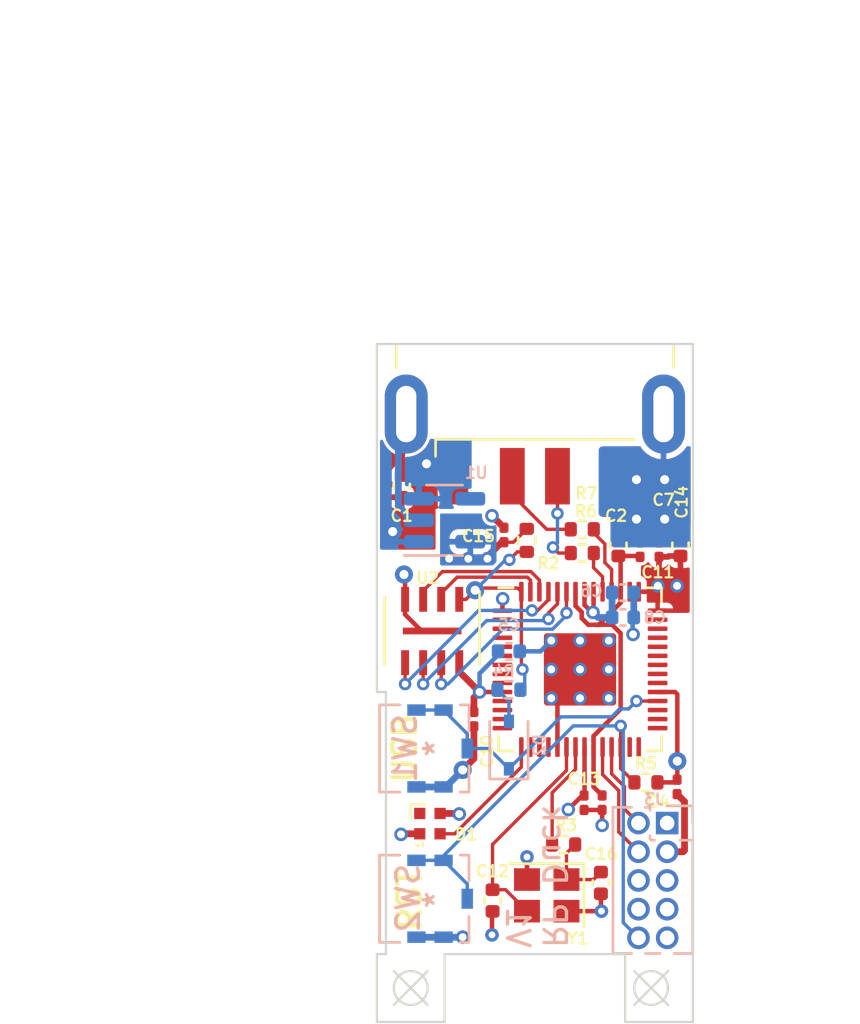
<source format=kicad_pcb>
(kicad_pcb (version 20211014) (generator pcbnew)
  (layers (0 "F.Cu" signal) (1 "In1.Cu" signal) (2 "In2.Cu" signal) (31 "B.Cu" signal) (34 "B.Paste" user) (35 "F.Paste" user) (36 "B.SilkS" user "B.Silkscreen") (37 "F.SilkS" user "F.Silkscreen") (38 "B.Mask" user) (39 "F.Mask" user) (44 "Edge.Cuts" user))
  (net 0 "")
  (net 1 "GND")
  (net 2 "+5V")
  (net 3 "+3V3")
  (net 4 "+1V1")
  (net 5 "Net-(C16-Pad2)")
  (net 6 "Net-(D2-Pad2)")
  (net 7 "/USBR_+")
  (net 36 "/QSPI_SD0")
  (net 37 "/X_IN")
  (net 38 "/RGB_DI")
  (net 39 "/USB_BOOT")
  (net 40 "/SWD")
  (net 41 "/SWCLK")
  (net 42 "/QSPI_CS")
  (net 43 "/X_OUT")
  (net 44 "/RESET")
  (net 45 "/QSPI_SD1")
  (net 46 "/QSPI_SD2")
  (net 47 "/QSPI_SD3")
  (net 48 "/QSPI_SCLK")
  (net 49 "/USB_-")
  (net 50 "/USB_+")
  (net 51 "/USBR_-")
  (footprint "Resistor_SMD:R_0402_1005Metric" (layer "F.Cu") (at 89.1 48.2 180)
    (fp_text reference "R7" (at -0.18 1.6 180) (layer "F.SilkS") (effects (font (size 0.5 0.5) (thickness 0.1))))
    (fp_text value "27.4")
    (pad "1" smd roundrect (at -0.51 0 180) (size 0.54 0.64) (layers "F.Cu" "F.Paste" "F.Mask") (net 51 "/USBR_-"))
    (pad "2" smd roundrect (at 0.51 0 180) (size 0.54 0.64) (layers "F.Cu" "F.Paste" "F.Mask") (net 49 "/USB_-"))
  )
  (footprint "Capacitor_SMD:C_0402_1005Metric" (layer "F.Cu") (at 89.925 63.85 90)
    (fp_text reference "C16" (at 1.28 0.015 180) (layer "F.SilkS") (effects (font (size 0.5 0.5) (thickness 0.1))))
    (fp_text value "26pF")
    (pad "1" smd roundrect (at -0.48 0 90) (size 0.56 0.62) (layers "F.Cu" "F.Paste" "F.Mask") (net 1 "GND"))
    (pad "2" smd roundrect (at 0.48 0 90) (size 0.56 0.62) (layers "F.Cu" "F.Paste" "F.Mask") (net 5 "Net-(C16-Pad2)"))
  )
  (footprint "LED_SMD:LED_SK6812_EC15_1.5x1.5mm" (layer "F.Cu") (at 82.35 61.225 90)
    (fp_text reference "D1" (at -0.475 1.6 180) (layer "F.SilkS") (effects (font (size 0.5 0.5) (thickness 0.1))))
    (fp_text value "SK6812")
    (fp_text user "1" (at -0.925 -0.45 90) (layer "F.SilkS") (effects (font (size 0.3 0.3) (thickness 0.075))))
    (pad "1" smd rect (at -0.45 -0.45 90) (size 0.5 0.5) (layers "F.Cu" "F.Paste" "F.Mask") (net 1 "GND"))
    (pad "2" smd rect (at -0.45 0.45 90) (size 0.5 0.5) (layers "F.Cu" "F.Paste" "F.Mask") (net 38 "/RGB_DI"))
    (pad "3" smd rect (at 0.45 0.45 90) (size 0.5 0.5) (layers "F.Cu" "F.Paste" "F.Mask") (net 3 "+3V3"))
    (pad "4" smd rect (at 0.45 -0.45 90) (size 0.5 0.5) (layers "F.Cu" "F.Paste" "F.Mask"))
  )
  (footprint "Resistor_SMD:R_0402_1005Metric" (layer "F.Cu") (at 88.275 62.15 180)
    (fp_text reference "R3" (at -0.105 0.85) (layer "F.SilkS") (effects (font (size 0.5 0.5) (thickness 0.1))))
    (fp_text value "1k" hide)
    (pad "1" smd roundrect (at -0.51 0 180) (size 0.54 0.64) (layers "F.Cu" "F.Paste" "F.Mask") (net 5 "Net-(C16-Pad2)"))
    (pad "2" smd roundrect (at 0.51 0 180) (size 0.54 0.64) (layers "F.Cu" "F.Paste" "F.Mask") (net 43 "/X_OUT"))
  )
  (footprint "Crystal:Crystal_SMD_2520-4Pin_2.5x2.0mm" (layer "F.Cu") (at 87.525 64.4 180)
    (fp_text reference "Y1" (at -1.375 -1.9) (layer "F.SilkS") (effects (font (size 0.5 0.5) (thickness 0.1))))
    (fp_text value "Crystal_GND24" hide)
    (pad "1" smd rect (at -0.875 0.7 180) (size 1.15 1) (layers "F.Cu" "F.Paste" "F.Mask") (net 5 "Net-(C16-Pad2)"))
    (pad "2" smd rect (at 0.875 0.7 180) (size 1.15 1) (layers "F.Cu" "F.Paste" "F.Mask") (net 1 "GND"))
    (pad "3" smd rect (at 0.875 -0.7 180) (size 1.15 1) (layers "F.Cu" "F.Paste" "F.Mask") (net 37 "/X_IN"))
    (pad "4" smd rect (at -0.875 -0.7 180) (size 1.15 1) (layers "F.Cu" "F.Paste" "F.Mask") (net 1 "GND"))
  )
  (footprint "Capacitor_SMD:C_0201_0603Metric" (layer "F.Cu") (at 92.5 49.1 -90)
    (fp_text reference "C7" (at -2.2 -0.2 180) (layer "F.SilkS") (effects (font (size 0.5 0.5) (thickness 0.1))))
    (fp_text value "0.1uF")
    (pad "1" smd roundrect (at -0.32 0 270) (size 0.46 0.4) (layers "F.Cu" "F.Mask") (net 1 "GND"))
    (pad "2" smd roundrect (at 0.32 0 270) (size 0.46 0.4) (layers "F.Cu" "F.Mask") (net 3 "+3V3"))
  )
  (footprint "Capacitor_SMD:C_0201_0603Metric" (layer "F.Cu") (at 85.63 48.45 -90)
    (fp_text reference "C15" (at 0.05 1.13 180) (layer "F.SilkS") (effects (font (size 0.5 0.5) (thickness 0.1))))
    (fp_text value "0.1uF")
    (pad "1" smd roundrect (at -0.32 0 270) (size 0.46 0.4) (layers "F.Cu" "F.Mask") (net 1 "GND"))
    (pad "2" smd roundrect (at 0.32 0 270) (size 0.46 0.4) (layers "F.Cu" "F.Mask") (net 3 "+3V3"))
  )
  (footprint "Capacitor_SMD:C_0402_1005Metric" (layer "F.Cu") (at 81.1 46.3 -90)
    (fp_text reference "C1" (at 1.3 0 180) (layer "F.SilkS") (effects (font (size 0.5 0.5) (thickness 0.1))))
    (fp_text value "1uF")
    (pad "1" smd roundrect (at -0.48 0 270) (size 0.56 0.62) (layers "F.Cu" "F.Paste" "F.Mask") (net 1 "GND"))
    (pad "2" smd roundrect (at 0.48 0 270) (size 0.56 0.62) (layers "F.Cu" "F.Paste" "F.Mask") (net 2 "+5V"))
  )
  (footprint "Capacitor_SMD:C_0201_0603Metric" (layer "F.Cu") (at 93.3 59.6 90)
    (fp_text reference "C4" (at -0.66 -0.82 180) (layer "F.SilkS") (effects (font (size 0.5 0.5) (thickness 0.1))))
    (fp_text value "0.1uF")
    (pad "1" smd roundrect (at -0.32 0 90) (size 0.46 0.4) (layers "F.Cu" "F.Mask") (net 1 "GND"))
    (pad "2" smd roundrect (at 0.32 0 90) (size 0.46 0.4) (layers "F.Cu" "F.Mask") (net 3 "+3V3"))
  )
  (footprint "Resistor_SMD:R_0402_1005Metric" (layer "F.Cu") (at 91.92 59.4 180)
    (fp_text reference "R5" (at 0 0.84 180) (layer "F.SilkS") (effects (font (size 0.5 0.5) (thickness 0.1))))
    (fp_text value "10k" hide)
    (pad "1" smd roundrect (at -0.51 0 180) (size 0.54 0.64) (layers "F.Cu" "F.Paste" "F.Mask") (net 3 "+3V3"))
    (pad "2" smd roundrect (at 0.51 0 180) (size 0.54 0.64) (layers "F.Cu" "F.Paste" "F.Mask") (net 44 "/RESET"))
  )
  (footprint "Capacitor_SMD:C_0201_0603Metric" (layer "F.Cu") (at 89.98 60.3 90)
    (fp_text reference "C9" hide)
    (fp_text value "0.1uF")
    (pad "1" smd roundrect (at -0.32 0 90) (size 0.46 0.4) (layers "F.Cu" "F.Mask") (net 1 "GND"))
    (pad "2" smd roundrect (at 0.32 0 90) (size 0.46 0.4) (layers "F.Cu" "F.Mask") (net 4 "+1V1"))
  )
  (footprint "Capacitor_SMD:C_0201_0603Metric" (layer "F.Cu") (at 84.3 56.6 90)
    (fp_text reference "C10" (at -1.43 0.58 90) (layer "F.SilkS") (effects (font (size 0.5 0.5) (thickness 0.1))))
    (fp_text value "0.1uF")
    (pad "1" smd roundrect (at -0.32 0 90) (size 0.46 0.4) (layers "F.Cu" "F.Mask") (net 1 "GND"))
    (pad "2" smd roundrect (at 0.32 0 90) (size 0.46 0.4) (layers "F.Cu" "F.Mask") (net 3 "+3V3"))
  )
  (footprint "RP2040_minimal:RP2040-QFN-56" (layer "F.Cu") (at 89 54.4)
    (fp_text reference "U3" hide)
    (fp_text value "RP2040" hide)
    (pad "1" smd roundrect locked (at -3.4375 -2.6) (size 0.875 0.2) (layers "F.Cu" "F.Paste" "F.Mask") (net 3 "+3V3"))
    (pad "2" smd roundrect locked (at -3.4375 -2.2) (size 0.875 0.2) (layers "F.Cu" "F.Paste" "F.Mask"))
    (pad "3" smd roundrect locked (at -3.4375 -1.8) (size 0.875 0.2) (layers "F.Cu" "F.Paste" "F.Mask"))
    (pad "4" smd roundrect locked (at -3.4375 -1.4) (size 0.875 0.2) (layers "F.Cu" "F.Paste" "F.Mask"))
    (pad "5" smd roundrect locked (at -3.4375 -1) (size 0.875 0.2) (layers "F.Cu" "F.Paste" "F.Mask"))
    (pad "6" smd roundrect locked (at -3.4375 -0.6) (size 0.875 0.2) (layers "F.Cu" "F.Paste" "F.Mask"))
    (pad "7" smd roundrect locked (at -3.4375 -0.2) (size 0.875 0.2) (layers "F.Cu" "F.Paste" "F.Mask"))
    (pad "8" smd roundrect locked (at -3.4375 0.2) (size 0.875 0.2) (layers "F.Cu" "F.Paste" "F.Mask"))
    (pad "9" smd roundrect locked (at -3.4375 0.6) (size 0.875 0.2) (layers "F.Cu" "F.Paste" "F.Mask"))
    (pad "10" smd roundrect locked (at -3.4375 1) (size 0.875 0.2) (layers "F.Cu" "F.Paste" "F.Mask") (net 3 "+3V3"))
    (pad "11" smd roundrect locked (at -3.4375 1.4) (size 0.875 0.2) (layers "F.Cu" "F.Paste" "F.Mask"))
    (pad "12" smd roundrect locked (at -3.4375 1.8) (size 0.875 0.2) (layers "F.Cu" "F.Paste" "F.Mask"))
    (pad "13" smd roundrect locked (at -3.4375 2.2) (size 0.875 0.2) (layers "F.Cu" "F.Paste" "F.Mask"))
    (pad "14" smd roundrect locked (at -3.4375 2.6) (size 0.875 0.2) (layers "F.Cu" "F.Paste" "F.Mask"))
    (pad "15" smd roundrect locked (at -2.6 3.4375) (size 0.2 0.875) (layers "F.Cu" "F.Paste" "F.Mask") (net 38 "/RGB_DI"))
    (pad "16" smd roundrect locked (at -2.2 3.4375) (size 0.2 0.875) (layers "F.Cu" "F.Paste" "F.Mask"))
    (pad "17" smd roundrect locked (at -1.8 3.4375) (size 0.2 0.875) (layers "F.Cu" "F.Paste" "F.Mask"))
    (pad "18" smd roundrect locked (at -1.4 3.4375) (size 0.2 0.875) (layers "F.Cu" "F.Paste" "F.Mask"))
    (pad "19" smd roundrect locked (at -1 3.4375) (size 0.2 0.875) (layers "F.Cu" "F.Paste" "F.Mask") (net 1 "GND"))
    (pad "20" smd roundrect locked (at -0.6 3.4375) (size 0.2 0.875) (layers "F.Cu" "F.Paste" "F.Mask") (net 37 "/X_IN"))
    (pad "21" smd roundrect locked (at -0.2 3.4375) (size 0.2 0.875) (layers "F.Cu" "F.Paste" "F.Mask") (net 43 "/X_OUT"))
    (pad "22" smd roundrect locked (at 0.2 3.4375) (size 0.2 0.875) (layers "F.Cu" "F.Paste" "F.Mask") (net 3 "+3V3"))
    (pad "23" smd roundrect locked (at 0.6 3.4375) (size 0.2 0.875) (layers "F.Cu" "F.Paste" "F.Mask") (net 4 "+1V1"))
    (pad "24" smd roundrect locked (at 1 3.4375) (size 0.2 0.875) (layers "F.Cu" "F.Paste" "F.Mask") (net 41 "/SWCLK"))
    (pad "25" smd roundrect locked (at 1.4 3.4375) (size 0.2 0.875) (layers "F.Cu" "F.Paste" "F.Mask") (net 40 "/SWD"))
    (pad "26" smd roundrect locked (at 1.8 3.4375) (size 0.2 0.875) (layers "F.Cu" "F.Paste" "F.Mask") (net 44 "/RESET"))
    (pad "27" smd roundrect locked (at 2.2 3.4375) (size 0.2 0.875) (layers "F.Cu" "F.Paste" "F.Mask"))
    (pad "28" smd roundrect locked (at 2.6 3.4375) (size 0.2 0.875) (layers "F.Cu" "F.Paste" "F.Mask"))
    (pad "29" smd roundrect locked (at 3.4375 2.6) (size 0.875 0.2) (layers "F.Cu" "F.Paste" "F.Mask"))
    (pad "30" smd roundrect locked (at 3.4375 2.2) (size 0.875 0.2) (layers "F.Cu" "F.Paste" "F.Mask"))
    (pad "31" smd roundrect locked (at 3.4375 1.8) (size 0.875 0.2) (layers "F.Cu" "F.Paste" "F.Mask"))
    (pad "32" smd roundrect locked (at 3.4375 1.4) (size 0.875 0.2) (layers "F.Cu" "F.Paste" "F.Mask") (net 39 "/USB_BOOT"))
    (pad "33" smd roundrect locked (at 3.4375 1) (size 0.875 0.2) (layers "F.Cu" "F.Paste" "F.Mask") (net 3 "+3V3"))
    (pad "34" smd roundrect locked (at 3.4375 0.6) (size 0.875 0.2) (layers "F.Cu" "F.Paste" "F.Mask"))
    (pad "35" smd roundrect locked (at 3.4375 0.2) (size 0.875 0.2) (layers "F.Cu" "F.Paste" "F.Mask"))
    (pad "36" smd roundrect locked (at 3.4375 -0.2) (size 0.875 0.2) (layers "F.Cu" "F.Paste" "F.Mask"))
    (pad "37" smd roundrect locked (at 3.4375 -0.6) (size 0.875 0.2) (layers "F.Cu" "F.Paste" "F.Mask"))
    (pad "38" smd roundrect locked (at 3.4375 -1) (size 0.875 0.2) (layers "F.Cu" "F.Paste" "F.Mask"))
    (pad "39" smd roundrect locked (at 3.4375 -1.4) (size 0.875 0.2) (layers "F.Cu" "F.Paste" "F.Mask"))
    (pad "40" smd roundrect locked (at 3.4375 -1.8) (size 0.875 0.2) (layers "F.Cu" "F.Paste" "F.Mask"))
    (pad "41" smd roundrect locked (at 3.4375 -2.2) (size 0.875 0.2) (layers "F.Cu" "F.Paste" "F.Mask"))
    (pad "42" smd roundrect locked (at 3.4375 -2.6) (size 0.875 0.2) (layers "F.Cu" "F.Paste" "F.Mask") (net 3 "+3V3"))
    (pad "43" smd roundrect locked (at 2.6 -3.4375) (size 0.2 0.875) (layers "F.Cu" "F.Paste" "F.Mask") (net 3 "+3V3"))
    (pad "44" smd roundrect locked (at 2.2 -3.4375) (size 0.2 0.875) (layers "F.Cu" "F.Paste" "F.Mask") (net 3 "+3V3"))
    (pad "45" smd roundrect locked (at 1.8 -3.4375) (size 0.2 0.875) (layers "F.Cu" "F.Paste" "F.Mask") (net 4 "+1V1"))
    (pad "46" smd roundrect locked (at 1.4 -3.4375) (size 0.2 0.875) (layers "F.Cu" "F.Paste" "F.Mask") (net 51 "/USBR_-"))
    (pad "47" smd roundrect locked (at 1 -3.4375) (size 0.2 0.875) (layers "F.Cu" "F.Paste" "F.Mask") (net 7 "/USBR_+"))
    (pad "48" smd roundrect locked (at 0.6 -3.4375) (size 0.2 0.875) (layers "F.Cu" "F.Paste" "F.Mask") (net 3 "+3V3"))
    (pad "49" smd roundrect locked (at 0.2 -3.4375) (size 0.2 0.875) (layers "F.Cu" "F.Paste" "F.Mask") (net 3 "+3V3"))
    (pad "50" smd roundrect locked (at -0.2 -3.4375) (size 0.2 0.875) (layers "F.Cu" "F.Paste" "F.Mask") (net 4 "+1V1"))
    (pad "51" smd roundrect locked (at -0.6 -3.4375) (size 0.2 0.875) (layers "F.Cu" "F.Paste" "F.Mask") (net 47 "/QSPI_SD3"))
    (pad "52" smd roundrect locked (at -1 -3.4375) (size 0.2 0.875) (layers "F.Cu" "F.Paste" "F.Mask") (net 48 "/QSPI_SCLK"))
    (pad "53" smd roundrect locked (at -1.4 -3.4375) (size 0.2 0.875) (layers "F.Cu" "F.Paste" "F.Mask") (net 36 "/QSPI_SD0"))
    (pad "54" smd roundrect locked (at -1.8 -3.4375) (size 0.2 0.875) (layers "F.Cu" "F.Paste" "F.Mask") (net 46 "/QSPI_SD2"))
    (pad "55" smd roundrect locked (at -2.2 -3.4375) (size 0.2 0.875) (layers "F.Cu" "F.Paste" "F.Mask") (net 45 "/QSPI_SD1"))
    (pad "56" smd roundrect locked (at -2.6 -3.4375) (size 0.2 0.875) (layers "F.Cu" "F.Paste" "F.Mask") (net 42 "/QSPI_CS"))
    (pad "57" thru_hole circle locked (at 0 1.275) (size 0.6 0.6) (drill 0.35) (layers *.Cu) (net 1 "GND"))
    (pad "57" thru_hole circle locked (at 1.275 0) (size 0.6 0.6) (drill 0.35) (layers *.Cu) (net 1 "GND"))
    (pad "57" thru_hole circle locked (at 0 -1.275) (size 0.6 0.6) (drill 0.35) (layers *.Cu) (net 1 "GND"))
    (pad "57" thru_hole circle locked (at 1.275 -1.275) (size 0.6 0.6) (drill 0.35) (layers *.Cu) (net 1 "GND"))
    (pad "57" thru_hole circle locked (at 1.275 1.275) (size 0.6 0.6) (drill 0.35) (layers *.Cu) (net 1 "GND"))
    (pad "57" thru_hole circle locked (at 0 0) (size 0.6 0.6) (drill 0.35) (layers *.Cu) (net 1 "GND"))
    (pad "57" thru_hole circle locked (at -1.275 1.275) (size 0.6 0.6) (drill 0.35) (layers *.Cu) (net 1 "GND"))
    (pad "57" smd roundrect locked (at 0 0) (size 3.2 3.2) (layers "F.Cu" "F.Mask") (roundrect_rratio 0.045) (net 1 "GND"))
    (pad "57" thru_hole circle locked (at -1.275 -1.275) (size 0.6 0.6) (drill 0.35) (layers *.Cu) (net 1 "GND"))
    (pad "57" thru_hole circle locked (at -1.275 0) (size 0.6 0.6) (drill 0.35) (layers *.Cu) (net 1 "GND"))
  )
  (footprint "Capacitor_SMD:C_0402_1005Metric" (layer "F.Cu") (at 90.7 48.9 -90)
    (fp_text reference "C2" (at -1.3 0.1) (layer "F.SilkS") (effects (font (size 0.5 0.5) (thickness 0.1))))
    (fp_text value "1uF")
    (pad "1" smd roundrect (at -0.48 0 270) (size 0.56 0.62) (layers "F.Cu" "F.Paste" "F.Mask") (net 1 "GND"))
    (pad "2" smd roundrect (at 0.48 0 270) (size 0.56 0.62) (layers "F.Cu" "F.Paste" "F.Mask") (net 4 "+1V1"))
  )
  (footprint "Capacitor_SMD:C_0201_0603Metric" (layer "F.Cu") (at 89.18 60.3 90)
    (fp_text reference "C13" (at 1.05 0 180) (layer "F.SilkS") (effects (font (size 0.5 0.5) (thickness 0.1))))
    (fp_text value "0.1uF")
    (pad "1" smd roundrect (at -0.32 0 90) (size 0.46 0.4) (layers "F.Cu" "F.Mask") (net 1 "GND"))
    (pad "2" smd roundrect (at 0.32 0 90) (size 0.46 0.4) (layers "F.Cu" "F.Mask") (net 3 "+3V3"))
  )
  (footprint "Capacitor_SMD:C_0201_0603Metric" (layer "F.Cu") (at 91.66 49.1 -90)
    (fp_text reference "C11" (at 1 -0.79) (layer "F.SilkS") (effects (font (size 0.5 0.5) (thickness 0.1))))
    (fp_text value "0.1uF")
    (pad "1" smd roundrect (at -0.32 0 270) (size 0.46 0.4) (layers "F.Cu" "F.Mask") (net 1 "GND"))
    (pad "2" smd roundrect (at 0.32 0 270) (size 0.46 0.4) (layers "F.Cu" "F.Mask") (net 4 "+1V1"))
  )
  (footprint "Resistor_SMD:R_0402_1005Metric" (layer "F.Cu") (at 86.64 48.69 90)
    (fp_text reference "R2" (at -1.01 0.96) (layer "F.SilkS") (effects (font (size 0.5 0.5) (thickness 0.1))))
    (fp_text value "10k")
    (pad "1" smd roundrect (at -0.51 0 90) (size 0.54 0.64) (layers "F.Cu" "F.Paste" "F.Mask") (net 42 "/QSPI_CS"))
    (pad "2" smd roundrect (at 0.51 0 90) (size 0.54 0.64) (layers "F.Cu" "F.Paste" "F.Mask") (net 3 "+3V3"))
  )
  (footprint "Package_SON:USON-8_3x4mm_P0.4mm" (layer "F.Cu") (at 82.45 52.7 -90)
    (fp_text reference "U2" (at -2.35 0.2) (layer "F.SilkS") (effects (font (size 0.5 0.5) (thickness 0.1))))
    (fp_text value "W25Q32JVZP")
    (pad "1" smd rect (at -1.4 -1.2 270) (size 1.1 0.35) (layers "F.Cu" "F.Paste" "F.Mask") (net 42 "/QSPI_CS"))
    (pad "2" smd rect (at -1.4 -0.4 270) (size 1.1 0.35) (layers "F.Cu" "F.Paste" "F.Mask") (net 45 "/QSPI_SD1"))
    (pad "3" smd rect (at -1.4 0.4 270) (size 1.1 0.35) (layers "F.Cu" "F.Paste" "F.Mask") (net 46 "/QSPI_SD2"))
    (pad "4" smd rect (at -1.4 1.2 270) (size 1.1 0.35) (layers "F.Cu" "F.Paste" "F.Mask") (net 1 "GND"))
    (pad "5" smd rect (at 1.4 1.2 270) (size 1.1 0.35) (layers "F.Cu" "F.Paste" "F.Mask") (net 36 "/QSPI_SD0"))
    (pad "6" smd rect (at 1.4 0.4 270) (size 1.1 0.35) (layers "F.Cu" "F.Paste" "F.Mask") (net 48 "/QSPI_SCLK"))
    (pad "7" smd rect (at 1.4 -0.4 270) (size 1.1 0.35) (layers "F.Cu" "F.Paste" "F.Mask") (net 47 "/QSPI_SD3"))
    (pad "8" smd rect (at 1.4 -1.2 270) (size 1.1 0.35) (layers "F.Cu" "F.Paste" "F.Mask") (net 3 "+3V3"))
    (pad "9" smd rect (at 0 0 180) (size 2.6 0.3) (layers "F.Cu" "F.Paste" "F.Mask") (net 1 "GND"))
  )
  (footprint "Capacitor_SMD:C_0402_1005Metric" (layer "F.Cu") (at 93.45 48.9 -90)
    (fp_text reference "C14" (at -1.9 -0.05 -90) (layer "F.SilkS") (effects (font (size 0.5 0.5) (thickness 0.1))))
    (fp_text value "1uF")
    (pad "1" smd roundrect (at -0.48 0 270) (size 0.56 0.62) (layers "F.Cu" "F.Paste" "F.Mask") (net 1 "GND"))
    (pad "2" smd roundrect (at 0.48 0 270) (size 0.56 0.62) (layers "F.Cu" "F.Paste" "F.Mask") (net 3 "+3V3"))
  )
  (footprint "Connector_USB:USB_A_CNCTech_1001-011-01101_Horizontal" (layer "F.Cu") (at 87 36.2 90)
    (fp_text reference "J1" hide)
    (fp_text value "USB_A")
    (pad "" np_thru_hole circle locked (at -6.9 -2.3 90) (size 1.1 1.1) (drill 1.1) (layers *.Cu *.Mask))
    (pad "" np_thru_hole circle locked (at -6.9 2.3 90) (size 1.1 1.1) (drill 1.1) (layers *.Cu *.Mask))
    (pad "1" smd rect locked (at -9.65 -3.5 90) (size 2.5 1.1) (layers "F.Cu" "F.Paste" "F.Mask") (net 2 "+5V"))
    (pad "2" smd rect locked (at -9.65 -1 90) (size 2.5 1.1) (layers "F.Cu" "F.Paste" "F.Mask") (net 49 "/USB_-"))
    (pad "3" smd rect locked (at -9.65 1 90) (size 2.5 1.1) (layers "F.Cu" "F.Paste" "F.Mask") (net 50 "/USB_+"))
    (pad "4" smd rect locked (at -9.65 3.5 90) (size 2.5 1.1) (layers "F.Cu" "F.Paste" "F.Mask") (net 1 "GND"))
    (pad "5" thru_hole oval locked (at -6.9 -5.7 90) (size 3.5 1.9) (drill oval 2.5 0.9) (layers *.Cu *.Mask) (net 1 "GND"))
    (pad "5" thru_hole oval locked (at -6.9 5.7 90) (size 3.5 1.9) (drill oval 2.5 0.9) (layers *.Cu *.Mask) (net 1 "GND"))
  )
  (footprint "Capacitor_SMD:C_0402_1005Metric" (layer "F.Cu") (at 85.125 64.63 90)
    (fp_text reference "C12" (at 1.3 -0.005) (layer "F.SilkS") (effects (font (size 0.5 0.5) (thickness 0.1))))
    (fp_text value "26pF")
    (pad "1" smd roundrect (at -0.48 0 90) (size 0.56 0.62) (layers "F.Cu" "F.Paste" "F.Mask") (net 1 "GND"))
    (pad "2" smd roundrect (at 0.48 0 90) (size 0.56 0.62) (layers "F.Cu" "F.Paste" "F.Mask") (net 37 "/X_IN"))
  )
  (footprint "Resistor_SMD:R_0402_1005Metric" (layer "F.Cu") (at 89.1 49.25 180)
    (fp_text reference "R6" (at -0.16 1.85 180) (layer "F.SilkS") (effects (font (size 0.5 0.5) (thickness 0.1))))
    (fp_text value "27.4")
    (pad "1" smd roundrect (at -0.51 0 180) (size 0.54 0.64) (layers "F.Cu" "F.Paste" "F.Mask") (net 7 "/USBR_+"))
    (pad "2" smd roundrect (at 0.51 0 180) (size 0.54 0.64) (layers "F.Cu" "F.Paste" "F.Mask") (net 50 "/USB_+"))
  )
  (footprint "R-WHATEVER:R-667799" (layer "B.Cu") (at 82.1 57.9 90)
    (fp_text reference "SW1" (at 0.01 -0.85 90) (layer "B.SilkS") (effects (justify mirror)))
    (fp_text value "R-667799" hide)
    (fp_text user "*" (at 0 0.5 90) (layer "B.SilkS") (effects (justify mirror)))
    (pad "" np_thru_hole circle (at 1.000001 0.2542 90) (size 0.7112 0.7112) (drill 0.7112) (layers *.Cu *.Mask))
    (pad "" np_thru_hole circle (at -1.000001 0.2542 90) (size 0.7112 0.7112) (drill 0.7112) (layers *.Cu *.Mask))
    (pad "A" smd rect (at -1.700002 -0.345799 90) (size 0.508 0.8128) (layers "B.Cu" "B.Paste" "B.Mask") (net 1 "GND"))
    (pad "B1" smd rect (at 1.700002 -0.345799 90) (size 0.508 0.8128) (layers "B.Cu" "B.Paste" "B.Mask") (net 39 "/USB_BOOT"))
    (pad "B2" smd rect (at 1.700002 0.854199 90) (size 0.508 0.8128) (layers "B.Cu" "B.Paste" "B.Mask") (net 39 "/USB_BOOT"))
    (pad "B3" smd rect (at 0 1.904199 90) (size 0.889 0.508) (layers "B.Cu" "B.Paste" "B.Mask") (net 39 "/USB_BOOT"))
    (pad "G" smd rect (at -1.700002 0.854199 90) (size 0.508 0.8128) (layers "B.Cu" "B.Paste" "B.Mask") (net 1 "GND"))
  )
  (footprint "Package_TO_SOT_SMD:SOT-23-5" (layer "B.Cu") (at 83 47.8)
    (fp_text reference "U1" (at 1.4 -2.1) (layer "B.SilkS") (effects (font (size 0.5 0.5) (thickness 0.1)) (justify mirror)))
    (fp_text value "AP2127K-3.3")
    (pad "1" smd roundrect (at -1.1375 0.95) (size 1.325 0.6) (layers "B.Cu" "B.Paste" "B.Mask") (net 2 "+5V"))
    (pad "2" smd roundrect (at -1.1375 0) (size 1.325 0.6) (layers "B.Cu" "B.Paste" "B.Mask") (net 1 "GND"))
    (pad "3" smd roundrect (at -1.1375 -0.95) (size 1.325 0.6) (layers "B.Cu" "B.Paste" "B.Mask") (net 2 "+5V"))
    (pad "4" smd roundrect (at 1.1375 -0.95) (size 1.325 0.6) (layers "B.Cu" "B.Paste" "B.Mask"))
    (pad "5" smd roundrect (at 1.1375 0.95) (size 1.325 0.6) (layers "B.Cu" "B.Paste" "B.Mask") (net 3 "+3V3"))
  )
  (footprint "Capacitor_SMD:C_0402_1005Metric" (layer "B.Cu") (at 90.9 52.1 180)
    (fp_text reference "C6" (at 1.39 1.17) (layer "B.SilkS") (effects (font (size 0.5 0.5) (thickness 0.1)) (justify mirror)))
    (fp_text value "1uF")
    (pad "1" smd roundrect (at -0.48 0 180) (size 0.56 0.62) (layers "B.Cu" "B.Paste" "B.Mask") (net 1 "GND"))
    (pad "2" smd roundrect (at 0.48 0 180) (size 0.56 0.62) (layers "B.Cu" "B.Paste" "B.Mask") (net 3 "+3V3"))
  )
  (footprint "Capacitor_SMD:C_0402_1005Metric" (layer "B.Cu") (at 90.9 51 180)
    (fp_text reference "C8" (at -1.41 -1.1) (layer "B.SilkS") (effects (font (size 0.5 0.5) (thickness 0.1)) (justify mirror)))
    (fp_text value "0.1uF")
    (pad "1" smd roundrect (at -0.48 0 180) (size 0.56 0.62) (layers "B.Cu" "B.Paste" "B.Mask") (net 1 "GND"))
    (pad "2" smd roundrect (at 0.48 0 180) (size 0.56 0.62) (layers "B.Cu" "B.Paste" "B.Mask") (net 3 "+3V3"))
  )
  (footprint "Diode_SMD:D_SOD-323" (layer "B.Cu") (at 85.85 57.75 90)
    (fp_text reference "D2" (at 0 1.35 90) (layer "B.SilkS") (effects (font (size 0.5 0.5) (thickness 0.1)) (justify mirror)))
    (fp_text value "NSR0320" hide)
    (pad "1" smd rect (at -1.05 0 90) (size 0.6 0.45) (layers "B.Cu" "B.Paste" "B.Mask") (net 39 "/USB_BOOT"))
    (pad "2" smd rect (at 1.05 0 90) (size 0.6 0.45) (layers "B.Cu" "B.Paste" "B.Mask") (net 6 "Net-(D2-Pad2)"))
  )
  (footprint "R-WHATEVER:R-667799" (layer "B.Cu") (at 82.1 64.55 90)
    (fp_text reference "SW2" (at 0.03 -0.72 90) (layer "B.SilkS") (effects (justify mirror)))
    (fp_text value "R-667799" hide)
    (fp_text user "*" (at -0.05 0.5 90) (layer "B.SilkS") (effects (justify mirror)))
    (pad "" np_thru_hole circle (at -1.000001 0.2542 90) (size 0.7112 0.7112) (drill 0.7112) (layers *.Cu *.Mask))
    (pad "" np_thru_hole circle (at 1.000001 0.2542 90) (size 0.7112 0.7112) (drill 0.7112) (layers *.Cu *.Mask))
    (pad "A" smd rect (at -1.700002 -0.345799 90) (size 0.508 0.8128) (layers "B.Cu" "B.Paste" "B.Mask") (net 1 "GND"))
    (pad "B1" smd rect (at 1.700002 -0.345799 90) (size 0.508 0.8128) (layers "B.Cu" "B.Paste" "B.Mask") (net 44 "/RESET"))
    (pad "B2" smd rect (at 1.700002 0.854199 90) (size 0.508 0.8128) (layers "B.Cu" "B.Paste" "B.Mask") (net 44 "/RESET"))
    (pad "B3" smd rect (at 0 1.904199 90) (size 0.889 0.508) (layers "B.Cu" "B.Paste" "B.Mask") (net 44 "/RESET"))
    (pad "G" smd rect (at -1.700002 0.854199 90) (size 0.508 0.8128) (layers "B.Cu" "B.Paste" "B.Mask") (net 1 "GND"))
  )
  (footprint "Resistor_SMD:R_0402_1005Metric" (layer "B.Cu") (at 85.85 55.3 180)
    (fp_text reference "R4" (at 0.225 0.825) (layer "B.SilkS") (effects (font (size 0.5 0.5) (thickness 0.1)) (justify mirror)))
    (fp_text value "1k" hide)
    (pad "1" smd roundrect (at -0.51 0 180) (size 0.54 0.64) (layers "B.Cu" "B.Paste" "B.Mask") (net 42 "/QSPI_CS"))
    (pad "2" smd roundrect (at 0.51 0 180) (size 0.54 0.64) (layers "B.Cu" "B.Paste" "B.Mask") (net 6 "Net-(D2-Pad2)"))
  )
  (footprint "Capacitor_SMD:C_0402_1005Metric" (layer "B.Cu") (at 85.85 53.6 180)
    (fp_text reference "C5" (at 0 1.16) (layer "B.SilkS") (effects (font (size 0.5 0.5) (thickness 0.1)) (justify mirror)))
    (fp_text value "0.1uF")
    (pad "1" smd roundrect (at -0.48 0 180) (size 0.56 0.62) (layers "B.Cu" "B.Paste" "B.Mask") (net 1 "GND"))
    (pad "2" smd roundrect (at 0.48 0 180) (size 0.56 0.62) (layers "B.Cu" "B.Paste" "B.Mask") (net 3 "+3V3"))
  )
  (footprint "Connector_PinHeader_1.27mm:PinHeader_2x05_P1.27mm_Vertical" (layer "B.Cu") (at 92.86 61.2 180)
    (fp_text reference "J3" (at 0.59 1.04) (layer "B.SilkS") (effects (font (size 0.5 0.5) (thickness 0.1)) (justify mirror)))
    (fp_text value "Conn_ARM_JTAG_SWD_10")
    (pad "1" thru_hole rect (at 0 0 180) (size 1 1) (drill 0.65) (layers *.Cu *.Mask) (net 3 "+3V3"))
    (pad "2" thru_hole oval (at 1.27 0 180) (size 1 1) (drill 0.65) (layers *.Cu *.Mask) (net 40 "/SWD"))
    (pad "3" thru_hole oval (at 0 -1.27 180) (size 1 1) (drill 0.65) (layers *.Cu *.Mask) (net 1 "GND"))
    (pad "4" thru_hole oval (at 1.27 -1.27 180) (size 1 1) (drill 0.65) (layers *.Cu *.Mask) (net 41 "/SWCLK"))
    (pad "5" thru_hole oval (at 0 -2.54 180) (size 1 1) (drill 0.65) (layers *.Cu *.Mask) (net 1 "GND"))
    (pad "6" thru_hole oval (at 1.27 -2.54 180) (size 1 1) (drill 0.65) (layers *.Cu *.Mask))
    (pad "7" thru_hole oval (at 0 -3.81 180) (size 1 1) (drill 0.65) (layers *.Cu *.Mask))
    (pad "8" thru_hole oval (at 1.27 -3.81 180) (size 1 1) (drill 0.65) (layers *.Cu *.Mask))
    (pad "9" thru_hole oval (at 0 -5.08 180) (size 1 1) (drill 0.65) (layers *.Cu *.Mask) (net 1 "GND"))
    (pad "10" thru_hole oval (at 1.27 -5.08 180) (size 1 1) (drill 0.65) (layers *.Cu *.Mask) (net 44 "/RESET"))
  )
  (gr_line (start 80 70) (end 81.5 70) (layer "Edge.Cuts") (width 0.1))
  (gr_line (start 91 67) (end 91 70) (layer "Edge.Cuts") (width 0.1))
  (gr_line (start 80 70) (end 80 67) (layer "Edge.Cuts") (width 0.1))
  (gr_line (start 81.5 70) (end 83 70) (layer "Edge.Cuts") (width 0.1))
  (gr_line (start 83 67) (end 91 67) (layer "Edge.Cuts") (width 0.1))
  (gr_line (start 91 70) (end 94 70) (layer "Edge.Cuts") (width 0.1))
  (gr_line (start 80 67) (end 80.4 67) (layer "Edge.Cuts") (width 0.1))
  (gr_line (start 94 40) (end 80 40) (layer "Edge.Cuts") (width 0.1))
  (gr_line (start 80.4 55.4) (end 80 55.4) (layer "Edge.Cuts") (width 0.1))
  (gr_line (start 80.4 67) (end 80.4 55.4) (layer "Edge.Cuts") (width 0.1))
  (gr_line (start 83 70) (end 83 67) (layer "Edge.Cuts") (width 0.1))
  (gr_line (start 80 55.4) (end 80 40) (layer "Edge.Cuts") (width 0.1))
  (gr_line (start 94 70) (end 94 40) (layer "Edge.Cuts") (width 0.1))
  (gr_text "RP Duck\nV1" (at 87.05 66.82 270) (layer "B.SilkS") (effects (font (size 1 1)) (justify left mirror)))
  (gr_text "RST" (at 81.44 64.6 90) (layer "F.SilkS") (effects (font (size 1 1) (thickness 0.2))))
  (gr_text "USB" (at 81.23 57.89 90) (layer "F.SilkS") (effects (font (size 1 1) (thickness 0.2))))
  (target x (at 81.5 68.5) (size 1.5) (width 0.1) (layer "Edge.Cuts"))
  (target x (at 92.15 68.5) (size 1.5) (width 0.1) (layer "Edge.Cuts"))
  (segment (start 81.98 52.7) (end 81.25 51.97) (width 0.2) (layer "F.Cu") (net 1))
  (segment (start 88.4 65.1) (end 89.725 65.1) (width 0.2) (layer "F.Cu") (net 1))
  (segment (start 89.925 64.33) (end 89.925 65.3) (width 0.2) (layer "F.Cu") (net 1))
  (segment (start 81.1 45.82) (end 81.1 43.3) (width 0.3) (layer "F.Cu") (net 1))
  (segment (start 87.725 55.675) (end 88 55.95) (width 0.2) (layer "F.Cu") (net 1))
  (segment (start 89.725 65.1) (end 89.925 65.3) (width 0.2) (layer "F.Cu") (net 1))
  (segment (start 85.63 48.13) (end 85.1 47.6) (width 0.3) (layer "F.Cu") (net 1))
  (segment (start 89.18 60.62) (end 89.98 60.62) (width 0.2) (layer "F.Cu") (net 1))
  (segment (start 84.3 56.92) (end 84.3 58.35) (width 0.3) (layer "F.Cu") (net 1))
  (segment (start 92.86 62.47) (end 93.567106 62.47) (width 0.3) (layer "F.Cu") (net 1))
  (segment (start 84.3 58.35) (end 83.8 58.85) (width 0.3) (layer "F.Cu") (net 1))
  (segment (start 81.095 61.675) (end 81.07 61.7) (width 0.3) (layer "F.Cu") (net 1))
  (segment (start 81.25 51.97) (end 81.25 51.3) (width 0.2) (layer "F.Cu") (net 1))
  (segment (start 88 55.95) (end 88 57.8375) (width 0.2) (layer "F.Cu") (net 1))
  (segment (start 86.65 63.7) (end 86.65 62.7) (width 0.2) (layer "F.Cu") (net 1))
  (segment (start 85.1 66.08) (end 85.1 65.135) (width 0.2) (layer "F.Cu") (net 1))
  (segment (start 93.63 62.407106) (end 93.63 60.25) (width 0.3) (layer "F.Cu") (net 1))
  (segment (start 93.63 60.25) (end 93.3 59.92) (width 0.3) (layer "F.Cu") (net 1))
  (segment (start 89.98 60.62) (end 89.98 61.3) (width 0.2) (layer "F.Cu") (net 1))
  (segment (start 81.25 51.3) (end 81.25 50.25) (width 0.2) (layer "F.Cu") (net 1))
  (segment (start 81.25 50.25) (end 81.2 50.2) (width 0.2) (layer "F.Cu") (net 1))
  (segment (start 93.567106 62.47) (end 93.63 62.407106) (width 0.3) (layer "F.Cu") (net 1))
  (segment (start 81.9 61.675) (end 81.095 61.675) (width 0.3) (layer "F.Cu") (net 1))
  (via (at 86.65 62.7) (size 0.6) (drill 0.3) (layers "F.Cu" "B.Cu") (net 1))
  (via (at 85.1 66.15) (size 0.6) (drill 0.3) (layers "F.Cu" "B.Cu") (net 1))
  (via (at 92.75 46) (size 0.8) (drill 0.4) (layers "F.Cu" "B.Cu") (net 1))
  (via (at 91.5 46) (size 0.8) (drill 0.4) (layers "F.Cu" "B.Cu") (net 1))
  (via (at 83.8 58.85) (size 0.8) (drill 0.4) (layers "F.Cu" "B.Cu") (net 1))
  (via (at 83.8 66.25) (size 0.6) (drill 0.35) (layers "F.Cu" "B.Cu") (net 1))
  (via (at 81.07 61.7) (size 0.6) (drill 0.35) (layers "F.Cu" "B.Cu") (net 1))
  (via (at 89.95 65.1) (size 0.6) (drill 0.3) (layers "F.Cu" "B.Cu") (net 1))
  (via (at 81.2 50.2) (size 0.8) (drill 0.4) (layers "F.Cu" "B.Cu") (net 1))
  (via (at 85.1 47.6) (size 0.6) (drill 0.35) (layers "F.Cu" "B.Cu") (net 1))
  (via (at 91.35 52.85) (size 0.6) (drill 0.35) (layers "F.Cu" "B.Cu") (net 1))
  (via (at 92.75 47.75) (size 0.8) (drill 0.4) (layers "F.Cu" "B.Cu") (net 1))
  (via (at 91.5 47.75) (size 0.8) (drill 0.4) (layers "F.Cu" "B.Cu") (net 1))
  (via (at 89.98 61.3) (size 0.6) (drill 0.35) (layers "F.Cu" "B.Cu") (net 1))
  (segment (start 81.759321 66.255122) (end 83.794878 66.255122) (width 0.3) (layer "B.Cu") (net 1))
  (segment (start 87.25 53.6) (end 87.725 53.125) (width 0.2) (layer "B.Cu") (net 1))
  (segment (start 91.38 51) (end 91.38 52.1) (width 0.3) (layer "B.Cu") (net 1))
  (segment (start 81.584994 47.8) (end 80.95048 47.165486) (width 0.3) (layer "B.Cu") (net 1))
  (segment (start 86.17 53.6) (end 87.25 53.6) (width 0.2) (layer "B.Cu") (net 1))
  (segment (start 83.794878 66.255122) (end 83.8 66.25) (width 0.3) (layer "B.Cu") (net 1))
  (segment (start 80.95048 47.165486) (end 80.95048 43.44952) (width 0.3) (layer "B.Cu") (net 1))
  (segment (start 91.33 52.1) (end 91.33 52.83) (width 0.2) (layer "B.Cu") (net 1))
  (segment (start 83.049998 59.600002) (end 83.8 58.85) (width 0.3) (layer "B.Cu") (net 1))
  (segment (start 91.33 52.83) (end 91.35 52.85) (width 0.2) (layer "B.Cu") (net 1))
  (segment (start 81.759321 59.605122) (end 82.949079 59.605122) (width 0.3) (layer "B.Cu") (net 1))
  (via (at 80.7 48.3) (size 0.8) (drill 0.4) (layers "F.Cu" "B.Cu") (net 2))
  (via (at 82.2 45.3) (size 0.8) (drill 0.4) (layers "F.Cu" "B.Cu") (net 2))
  (segment (start 89.575 51.875) (end 89.55 51.9) (width 0.2) (layer "F.Cu") (net 3))
  (segment (start 85.5625 51.2875) (end 85.575 51.275) (width 0.2) (layer "F.Cu") (net 3))
  (segment (start 93.31 58.46) (end 93.31 59.256415) (width 0.2) (layer "F.Cu") (net 3))
  (segment (start 92.4375 55.4) (end 93.21 55.4) (width 0.2) (layer "F.Cu") (net 3))
  (segment (start 89.2 57.8375) (end 89.2 59.96) (width 0.2) (layer "F.Cu") (net 3))
  (segment (start 92.43 59.4) (end 93.18 59.4) (width 0.2) (layer "F.Cu") (net 3))
  (segment (start 89.2 51.55) (end 89.55 51.9) (width 0.2) (layer "F.Cu") (net 3))
  (segment (start 89.2 50.9625) (end 89.2 51.55) (width 0.2) (layer "F.Cu") (net 3))
  (segment (start 84.55 55.4) (end 85.5625 55.4) (width 0.2) (layer "F.Cu") (net 3))
  (segment (start 88.48 60.6) (end 89.1 59.98) (width 0.2) (layer "F.Cu") (net 3))
  (segment (start 85.5625 51.8) (end 85.5625 51.2875) (width 0.2) (layer "F.Cu") (net 3))
  (segment (start 83.625 60.775) (end 83.65 60.8) (width 0.3) (layer "F.Cu") (net 3))
  (segment (start 83.65 54.5) (end 84.55 55.4) (width 0.3) (layer "F.Cu") (net 3))
  (segment (start 84.3 55.65) (end 84.55 55.4) (width 0.3) (layer "F.Cu") (net 3))
  (segment (start 93.21 55.4) (end 93.31 55.5) (width 0.2) (layer "F.Cu") (net 3))
  (segment (start 93.31 55.5) (end 93.31 58.46) (width 0.2) (layer "F.Cu") (net 3))
  (segment (start 86.05 48.77) (end 86.64 48.18) (width 0.15) (layer "F.Cu") (net 3))
  (segment (start 89.6 50.9625) (end 89.6 51.85) (width 0.2) (layer "F.Cu") (net 3))
  (segment (start 93.18 59.4) (end 93.3 59.28) (width 0.2) (layer "F.Cu") (net 3))
  (segment (start 91.2 50.9625) (end 91.6 50.9625) (width 0.2) (layer "F.Cu") (net 3))
  (segment (start 89.6 51.85) (end 89.575 51.875) (width 0.2) (layer "F.Cu") (net 3))
  (segment (start 85.53 48.77) (end 84.8 49.5) (width 0.3) (layer "F.Cu") (net 3))
  (segment (start 85.63 48.77) (end 85.53 48.77) (width 0.3) (layer "F.Cu") (net 3))
  (segment (start 84.3 56.28) (end 84.3 55.65) (width 0.3) (layer "F.Cu") (net 3))
  (segment (start 82.8 60.775) (end 83.625 60.775) (width 0.3) (layer "F.Cu") (net 3))
  (segment (start 85.63 48.77) (end 86.05 48.77) (width 0.15) (layer "F.Cu") (net 3))
  (via (at 84.9 49.5) (size 0.6) (drill 0.35) (layers "F.Cu" "B.Cu") (net 3))
  (via (at 88.48 60.6) (size 0.6) (drill 0.35) (layers "F.Cu" "B.Cu") (net 3))
  (via (at 83.2 49.5) (size 0.6) (drill 0.35) (layers "F.Cu" "B.Cu") (net 3))
  (via (at 84.05 49.5) (size 0.6) (drill 0.35) (layers "F.Cu" "B.Cu") (net 3))
  (via (at 93.3 50.7) (size 0.6) (drill 0.35) (layers "F.Cu" "B.Cu") (net 3))
  (via (at 89.575 51.875) (size 0.6) (drill 0.35) (layers "F.Cu" "B.Cu") (net 3))
  (via (at 92.45 50.7) (size 0.6) (drill 0.35) (layers "F.Cu" "B.Cu") (net 3))
  (via (at 85.575 51.275) (size 0.6) (drill 0.35) (layers "F.Cu" "B.Cu") (net 3))
  (via (at 84.55 55.4) (size 0.6) (drill 0.35) (layers "F.Cu" "B.Cu") (net 3))
  (via (at 93.31 58.46) (size 0.8) (drill 0.4) (layers "F.Cu" "B.Cu") (net 3))
  (via (at 83.65 60.8) (size 0.6) (drill 0.35) (layers "F.Cu" "B.Cu") (net 3))
  (segment (start 90.42 52.1) (end 89.8 52.1) (width 0.3) (layer "B.Cu") (net 3))
  (segment (start 89.8 52.1) (end 89.575 51.875) (width 0.3) (layer "B.Cu") (net 3))
  (segment (start 85.53 53.6) (end 84.55 54.58) (width 0.2) (layer "B.Cu") (net 3))
  (segment (start 90.42 51) (end 90.42 52.1) (width 0.3) (layer "B.Cu") (net 3))
  (segment (start 84.55 54.58) (end 84.55 55.4) (width 0.2) (layer "B.Cu") (net 3))
  (segment (start 89.6 59.6) (end 89.6 57.8375) (width 0.2) (layer "F.Cu") (net 4))
  (segment (start 89.825489 52.424511) (end 90.8 51.45) (width 0.2) (layer "F.Cu") (net 4))
  (segment (start 90.7 49.38) (end 91.62 49.38) (width 0.2) (layer "F.Cu") (net 4))
  (segment (start 89.075489 51.865489) (end 89.075489 52.135489) (width 0.2) (layer "F.Cu") (net 4))
  (segment (start 89.98 59.98) (end 89.6 59.6) (width 0.2) (layer "F.Cu") (net 4))
  (segment (start 90.79952 52.80171) (end 90.79952 56.15048) (width 0.2) (layer "F.Cu") (net 4))
  (segment (start 88.8 51.59) (end 89.075489 51.865489) (width 0.2) (layer "F.Cu") (net 4))
  (segment (start 89.674511 52.424511) (end 90.422321 52.424511) (width 0.2) (layer "F.Cu") (net 4))
  (segment (start 90.8 50.9625) (end 90.8 49.48) (width 0.2) (layer "F.Cu") (net 4))
  (segment (start 90.8 51.45) (end 90.8 50.9625) (width 0.2) (layer "F.Cu") (net 4))
  (segment (start 90.79952 56.15048) (end 89.6 57.35) (width 0.2) (layer "F.Cu") (net 4))
  (segment (start 89.075489 52.135489) (end 89.364511 52.424511) (width 0.2) (layer "F.Cu") (net 4))
  (segment (start 89.674511 52.424511) (end 89.825489 52.424511) (width 0.2) (layer "F.Cu") (net 4))
  (segment (start 90.422321 52.424511) (end 90.79952 52.80171) (width 0.2) (layer "F.Cu") (net 4))
  (segment (start 88.8 50.9625) (end 88.8 51.59) (width 0.2) (layer "F.Cu") (net 4))
  (segment (start 89.364511 52.424511) (end 89.674511 52.424511) (width 0.2) (layer "F.Cu") (net 4))
  (segment (start 89.6 57.35) (end 89.6 57.8375) (width 0.2) (layer "F.Cu") (net 4))
  (segment (start 89.925 63.37) (end 89.595 63.7) (width 0.15) (layer "F.Cu") (net 5))
  (segment (start 88.785 62.15) (end 88.4 62.535) (width 0.15) (layer "F.Cu") (net 5))
  (segment (start 89.595 63.7) (end 88.4 63.7) (width 0.15) (layer "F.Cu") (net 5))
  (segment (start 88.4 62.535) (end 88.4 63.7) (width 0.15) (layer "F.Cu") (net 5))
  (segment (start 85.34 55.3) (end 85.85 55.81) (width 0.15) (layer "B.Cu") (net 6))
  (segment (start 85.85 55.81) (end 85.85 56.7) (width 0.15) (layer "B.Cu") (net 6))
  (segment (start 89.6 49.9) (end 89.6 49.26) (width 0.15) (layer "F.Cu") (net 7))
  (segment (start 90 50.3) (end 89.6 49.9) (width 0.15) (layer "F.Cu") (net 7))
  (segment (start 90 50.9625) (end 90 50.3) (width 0.15) (layer "F.Cu") (net 7))
  (segment (start 81.25 54.1) (end 81.25 55.05) (width 0.15) (layer "F.Cu") (net 36))
  (segment (start 87.127519 51.79) (end 87.6 51.317519) (width 0.15) (layer "F.Cu") (net 36))
  (segment (start 86.87 51.79) (end 87.127519 51.79) (width 0.15) (layer "F.Cu") (net 36))
  (via (at 86.87 51.79) (size 0.55) (drill 0.3) (layers "F.Cu" "B.Cu") (net 36))
  (via (at 81.25 55.05) (size 0.55) (drill 0.3) (layers "F.Cu" "B.Cu") (net 36))
  (segment (start 81.25 55.05) (end 84.51 51.79) (width 0.15) (layer "B.Cu") (net 36))
  (segment (start 84.51 51.79) (end 86.87 51.79) (width 0.15) (layer "B.Cu") (net 36))
  (segment (start 85.125 64.15) (end 85.7 64.15) (width 0.15) (layer "F.Cu") (net 37))
  (segment (start 85.7 64.15) (end 86.65 65.1) (width 0.15) (layer "F.Cu") (net 37))
  (segment (start 88.4 58.872126) (end 85.125 62.147126) (width 0.15) (layer "F.Cu") (net 37))
  (segment (start 85.125 62.147126) (end 85.125 64.15) (width 0.15) (layer "F.Cu") (net 37))
  (segment (start 88.4 57.8375) (end 88.4 58.872126) (width 0.15) (layer "F.Cu") (net 37))
  (segment (start 86.4 58.721061) (end 86.4 57.8375) (width 0.15) (layer "F.Cu") (net 38))
  (segment (start 82.8 61.675) (end 83.446061 61.675) (width 0.15) (layer "F.Cu") (net 38))
  (segment (start 83.446061 61.675) (end 86.4 58.721061) (width 0.15) (layer "F.Cu") (net 38))
  (segment (start 92.4375 55.8) (end 91.5 55.8) (width 0.15) (layer "F.Cu") (net 39))
  (via (at 91.5 55.8) (size 0.55) (drill 0.3) (layers "F.Cu" "B.Cu") (net 39))
  (segment (start 84.95 57.9) (end 85.85 58.8) (width 0.15) (layer "B.Cu") (net 39))
  (segment (start 84.004199 57.249998) (end 84.004199 57.9) (width 0.15) (layer "B.Cu") (net 39))
  (segment (start 91.150489 56.149511) (end 90.750489 56.149511) (width 0.15) (layer "B.Cu") (net 39))
  (segment (start 84.004199 57.9) (end 84.95 57.9) (width 0.15) (layer "B.Cu") (net 39))
  (segment (start 91.5 55.8) (end 91.150489 56.149511) (width 0.15) (layer "B.Cu") (net 39))
  (segment (start 81.754201 56.199998) (end 82.954199 56.199998) (width 0.15) (layer "B.Cu") (net 39))
  (segment (start 82.954199 56.199998) (end 84.004199 57.249998) (width 0.15) (layer "B.Cu") (net 39))
  (segment (start 90.4 56.5) (end 88.15 56.5) (width 0.15) (layer "B.Cu") (net 39))
  (segment (start 88.15 56.5) (end 85.85 58.8) (width 0.15) (layer "B.Cu") (net 39))
  (segment (start 90.750489 56.149511) (end 90.4 56.5) (width 0.15) (layer "B.Cu") (net 39))
  (segment (start 91.59 61.2) (end 90.96548 60.57548) (width 0.15) (layer "F.Cu") (net 40))
  (segment (start 90.96548 60.57548) (end 90.96548 59.58548) (width 0.15) (layer "F.Cu") (net 40))
  (segment (start 90.4 59.02) (end 90.4 57.8375) (width 0.15) (layer "F.Cu") (net 40))
  (segment (start 90.96548 59.58548) (end 90.4 59.02) (width 0.15) (layer "F.Cu") (net 40))
  (segment (start 90 59.0505) (end 90 57.8375) (width 0.15) (layer "F.Cu") (net 41))
  (segment (start 90.715961 61.595961) (end 90.715961 59.766461) (width 0.15) (layer "F.Cu") (net 41))
  (segment (start 90.715961 59.766461) (end 90 59.0505) (width 0.15) (layer "F.Cu") (net 41))
  (segment (start 91.59 62.47) (end 90.715961 61.595961) (width 0.15) (layer "F.Cu") (net 41))
  (segment (start 86.4 54.35) (end 86.45 54.4) (width 0.15) (layer "F.Cu") (net 42))
  (segment (start 86.22 49.2) (end 85.87 49.55) (width 0.15) (layer "F.Cu") (net 42))
  (segment (start 84.447878 50.800489) (end 86.237989 50.800489) (width 0.15) (layer "F.Cu") (net 42))
  (segment (start 86.64 49.2) (end 86.22 49.2) (width 0.15) (layer "F.Cu") (net 42))
  (segment (start 83.948367 51.3) (end 84.353008 50.895359) (width 0.15) (layer "F.Cu") (net 42))
  (segment (start 86.4 50.9625) (end 86.4 54.35) (width 0.15) (layer "F.Cu") (net 42))
  (segment (start 86.237989 50.800489) (end 86.4 50.9625) (width 0.15) (layer "F.Cu") (net 42))
  (segment (start 84.353008 50.895359) (end 84.447878 50.800489) (width 0.15) (layer "F.Cu") (net 42))
  (segment (start 83.65 51.3) (end 83.948367 51.3) (width 0.15) (layer "F.Cu") (net 42))
  (via (at 85.87 49.55) (size 0.55) (drill 0.3) (layers "F.Cu" "B.Cu") (net 42))
  (via (at 84.353008 50.895359) (size 0.8) (drill 0.4) (layers "F.Cu" "B.Cu") (net 42))
  (via (at 86.45 54.4) (size 0.55) (drill 0.3) (layers "F.Cu" "B.Cu") (net 42))
  (segment (start 86.55 54.4) (end 86.55 55.11) (width 0.15) (layer "B.Cu") (net 42))
  (segment (start 85.87 49.55) (end 85.698367 49.55) (width 0.15) (layer "B.Cu") (net 42))
  (segment (start 85.698367 49.55) (end 84.353008 50.895359) (width 0.15) (layer "B.Cu") (net 42))
  (segment (start 87.765 59.86) (end 88.8 58.825) (width 0.15) (layer "F.Cu") (net 43))
  (segment (start 88.8 58.825) (end 88.8 57.8375) (width 0.15) (layer "F.Cu") (net 43))
  (segment (start 87.765 62.15) (end 87.765 59.86) (width 0.15) (layer "F.Cu") (net 43))
  (segment (start 91.41 59.4) (end 90.8 58.79) (width 0.15) (layer "F.Cu") (net 44))
  (segment (start 90.8 57.8375) (end 90.8 56.9) (width 0.15) (layer "F.Cu") (net 44))
  (segment (start 90.8 58.79) (end 90.8 57.8375) (width 0.15) (layer "F.Cu") (net 44))
  (via (at 90.8 56.9) (size 0.55) (drill 0.3) (layers "F.Cu" "B.Cu") (net 44))
  (segment (start 90.915489 57.015489) (end 90.8 56.9) (width 0.15) (layer "B.Cu") (net 44))
  (segment (start 91.59 66.28) (end 90.915489 65.605489) (width 0.15) (layer "B.Cu") (net 44))
  (segment (start 88.7 56.9) (end 90.8 56.9) (width 0.15) (layer "B.Cu") (net 44))
  (segment (start 82.954199 62.849998) (end 84.004199 63.899998) (width 0.15) (layer "B.Cu") (net 44))
  (segment (start 81.754201 62.849998) (end 82.954199 62.849998) (width 0.15) (layer "B.Cu") (net 44))
  (segment (start 82.954199 62.849998) (end 82.954199 62.645801) (width 0.15) (layer "B.Cu") (net 44))
  (segment (start 90.915489 65.605489) (end 90.915489 57.015489) (width 0.15) (layer "B.Cu") (net 44))
  (segment (start 82.954199 62.645801) (end 88.7 56.9) (width 0.15) (layer "B.Cu") (net 44))
  (segment (start 84.004199 63.899998) (end 84.004199 64.55) (width 0.15) (layer "B.Cu") (net 44))
  (segment (start 86.81 50.46) (end 86.81 50.9525) (width 0.15) (layer "F.Cu") (net 45))
  (segment (start 86.67 50.32) (end 86.81 50.46) (width 0.15) (layer "F.Cu") (net 45))
  (segment (start 82.85 51.025978) (end 83.555978 50.32) (width 0.15) (layer "F.Cu") (net 45))
  (segment (start 83.555978 50.32) (end 86.67 50.32) (width 0.15) (layer "F.Cu") (net 45))
  (segment (start 86.820481 50.070481) (end 87.2 50.45) (width 0.15) (layer "F.Cu") (net 46))
  (segment (start 82.05 50.925) (end 82.904519 50.070481) (width 0.15) (layer "F.Cu") (net 46))
  (segment (start 82.904519 50.070481) (end 86.820481 50.070481) (width 0.15) (layer "F.Cu") (net 46))
  (segment (start 87.2 50.45) (end 87.2 50.9625) (width 0.15) (layer "F.Cu") (net 46))
  (segment (start 82.85 54.1) (end 82.85 55.05) (width 0.15) (layer "F.Cu") (net 47))
  (segment (start 88.4 50.9625) (end 88.4 51.9) (width 0.15) (layer "F.Cu") (net 47))
  (via (at 82.85 55.05) (size 0.55) (drill 0.3) (layers "F.Cu" "B.Cu") (net 47))
  (via (at 88.4 51.9) (size 0.55) (drill 0.3) (layers "F.Cu" "B.Cu") (net 47))
  (segment (start 82.85 55.05) (end 83.15 55.05) (width 0.15) (layer "B.Cu") (net 47))
  (segment (start 85.580489 52.619511) (end 87.786195 52.619511) (width 0.15) (layer "B.Cu") (net 47))
  (segment (start 83.15 55.05) (end 85.580489 52.619511) (width 0.15) (layer "B.Cu") (net 47))
  (segment (start 87.786195 52.619511) (end 88.4 52.005706) (width 0.15) (layer "B.Cu") (net 47))
  (segment (start 88.4 52.005706) (end 88.4 51.9) (width 0.15) (layer "B.Cu") (net 47))
  (segment (start 82.05 54.1) (end 82.05 55.05) (width 0.15) (layer "F.Cu") (net 48))
  (segment (start 87.6 51.9) (end 88 51.5) (width 0.15) (layer "F.Cu") (net 48))
  (segment (start 88 51.5) (end 88 50.9625) (width 0.15) (layer "F.Cu") (net 48))
  (segment (start 87.6 52.17) (end 87.6 51.9) (width 0.15) (layer "F.Cu") (net 48))
  (via (at 82.05 55.05) (size 0.55) (drill 0.3) (layers "F.Cu" "B.Cu") (net 48))
  (via (at 87.6 52.17) (size 0.55) (drill 0.3) (layers "F.Cu" "B.Cu") (net 48))
  (segment (start 82.05 55.05) (end 84.860489 52.239511) (width 0.15) (layer "B.Cu") (net 48))
  (segment (start 87.530489 52.239511) (end 87.6 52.17) (width 0.15) (layer "B.Cu") (net 48))
  (segment (start 84.860489 52.239511) (end 87.530489 52.239511) (width 0.15) (layer "B.Cu") (net 48))
  (segment (start 87.522482 48.2) (end 86 46.677518) (width 0.15) (layer "F.Cu") (net 49))
  (segment (start 88.59 48.2) (end 87.522482 48.2) (width 0.15) (layer "F.Cu") (net 49))
  (segment (start 88 47.5) (end 88 45.85) (width 0.15) (layer "F.Cu") (net 50))
  (segment (start 88.59 49.25) (end 88.05 49.25) (width 0.15) (layer "F.Cu") (net 50))
  (segment (start 88.05 49.25) (end 87.8 49) (width 0.15) (layer "F.Cu") (net 50))
  (via (at 87.8 49) (size 0.55) (drill 0.3) (layers "F.Cu" "B.Cu") (net 50))
  (via (at 88 47.5) (size 0.55) (drill 0.3) (layers "F.Cu" "B.Cu") (net 50))
  (segment (start 88 48.8) (end 88 47.5) (width 0.15) (layer "B.Cu") (net 50))
  (segment (start 87.8 49) (end 88 48.8) (width 0.15) (layer "B.Cu") (net 50))
  (segment (start 90.1 49.676219) (end 90.1 48.85) (width 0.15) (layer "F.Cu") (net 51))
  (segment (start 90.4 49.976219) (end 90.1 49.676219) (width 0.15) (layer "F.Cu") (net 51))
  (segment (start 90.1 48.85) (end 89.6 48.35) (width 0.15) (layer "F.Cu") (net 51))
  (segment (start 90.4 50.9625) (end 90.4 49.976219) (width 0.15) (layer "F.Cu") (net 51))
  (zone (net 3) (net_name "+3V3") (layer "F.Cu") (connect_pads (clearance 0.14)) (min_thickness 0.14) (fill yes (thermal_gap 0.254) (thermal_bridge_width 0.254))
    (polygon (pts (xy 94.05 51.9) (xy 91.7 51.9) (xy 91.7 49.2) (xy 94.05 49.2)))
  )
  (zone (net 1) (net_name "GND") (layers "F.Cu" "In1.Cu" "B.Cu") (connect_pads (clearance 0.1)) (min_thickness 0.0254) (fill yes (thermal_gap 0.254) (thermal_bridge_width 0.254) (smoothing fillet) (radius 0.18))
    (polygon (pts (xy 94.025 49) (xy 91.9 49) (xy 90.35 49) (xy 90.35 47.65) (xy 89.825 47.65) (xy 89.825 44.525) (xy 94.025 44.525)))
  )
  (zone (net 2) (net_name "+5V") (layers F&B.Cu) (connect_pads (clearance 0.14)) (min_thickness 0.14) (fill yes (thermal_gap 0.254) (thermal_bridge_width 0.254))
    (polygon (pts (xy 84.2 47.3) (xy 82.6 47.3) (xy 82.6 49.1) (xy 79.9 49.1) (xy 80 44.2) (xy 84.2 44.2)))
  )
  (zone (net 3) (net_name "+3V3") (layer "B.Cu") (connect_pads (clearance 0.14)) (min_thickness 0.1) (fill yes (thermal_gap 0.254) (thermal_bridge_width 0.254))
    (polygon (pts (xy 85.3 49.8) (xy 82.8 49.8) (xy 82.8 47.5) (xy 85.3 47.5)))
  )
)
</source>
